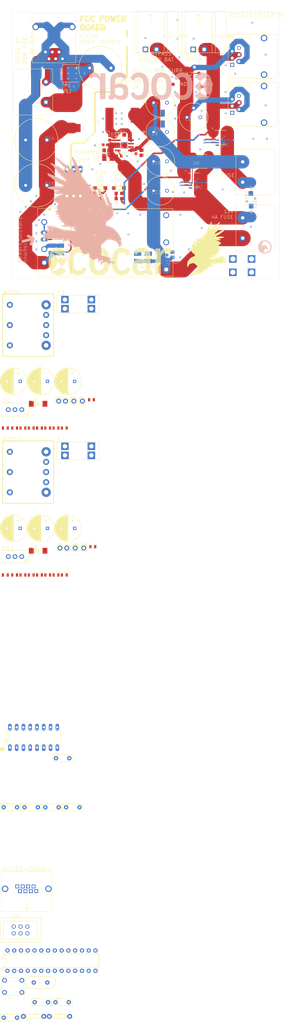
<source format=kicad_pcb>
(kicad_pcb (version 20221018) (generator pcbnew)
  (layers (0 "F.Cu" signal) (31 "B.Cu" signal) (34 "B.Paste" user) (35 "F.Paste" user) (36 "B.SilkS" user "B.Silkscreen") (37 "F.SilkS" user "F.Silkscreen") (38 "B.Mask" user) (39 "F.Mask" user) (44 "Edge.Cuts" user))
  (net 0 "")
  (net 1 "12V_REG")
  (net 2 "GND_IN")
  (net 3 "VIN")
  (net 4 "FCC_IN")
  (net 5 "GND")
  (net 6 "N$3")
  (net 7 "N$4")
  (net 8 "N$5")
  (net 9 "12V")
  (net 10 "5V")
  (net 11 "FEEDBACK")
  (net 12 "N$7")
  (net 13 "N$8")
  (net 14 "N$9")
  (net 15 "N$10")
  (net 16 "N$11")
  (net 17 "12V_U")
  (net 18 "GATE_12V")
  (net 19 "5V_U")
  (net 20 "N$12")
  (net 21 "N$1")
  (net 22 "GATE_5V")
  (net 23 "N$17")
  (net 24 "N$2")
  (net 25 "N$6")
  (net 26 "12V_PRE_FUSE")
  (net 27 "N$30")
  (net 28 "N$13")
  (net 29 "N$14")
  (net 30 "N$26")
  (net 31 "5V_PRE_FUSE")
  (net 32 "N$33")
  (net 33 "RX_OUT_TTL")
  (net 34 "TX_OUT_TTL")
  (net 35 "MISO")
  (net 36 "SCK")
  (net 37 "RESET")
  (net 38 "MOSI")
  (net 39 "N$22")
  (net 40 "N$23")
  (net 41 "N$24")
  (net 42 "N$25")
  (net 43 "N$27")
  (net 44 "N$28")
  (net 45 "TX_OUT_RS232")
  (net 46 "RX_OUT_RS232")
  (net 47 "N$19")
  (net 48 "N$20")
  (net 49 "N$21")
  (footprint "FCC Power Board Aug 2022_OW:CHIPLED_0805" (layer "F.Cu") (at 138.5011 125.0036 90)
    (fp_text reference "LED1")
    (fp_text value "Amber 1.9V")
  )
  (footprint "FCC Power Board Aug 2022_OW:PUSHBUTTON" (layer "F.Cu") (at 95.6011 422.6036)
    (fp_text reference "PB2")
    (fp_text value "" hide)
  )
  (footprint "FCC Power Board Aug 2022_OW:CAPACITOR_220UF_63V" (layer "F.Cu") (at 119.4011 248.6036)
    (fp_text reference "C40")
    (fp_text value "220uF" hide)
  )
  (footprint "FCC Power Board Aug 2022_OW:0805" (layer "F.Cu") (at 118.0011 266.1036)
    (fp_text reference "R13")
    (fp_text value "560")
  )
  (footprint "FCC Power Board Aug 2022_OW:FUSEHOLDER_VERTICAL" (layer "F.Cu") (at 115.2011 167.9036)
    (fp_text reference "F2")
    (fp_text value "7.5A")
  )
  (footprint "FCC Power Board Aug 2022_OW:MA03-1" (layer "F.Cu") (at 121.5011 124.0036 180)
    (fp_text reference "SV1")
    (fp_text value "")
  )
  (footprint "FCC Power Board Aug 2022_OW:SOD123" (layer "F.Cu") (at 138.5011 121.0036)
    (fp_text reference "U$12")
    (fp_text value "NSI45020AT1G")
  )
  (footprint "FCC Power Board Aug 2022_OW:1X02" (layer "F.Cu") (at 116.4011 256.0036)
    (fp_text reference "CON8")
    (fp_text value "1X02")
  )
  (footprint "FCC Power Board Aug 2022_OW:CAP_PAN_10X16" (layer "F.Cu") (at 156.5011 111.0036)
    (fp_text reference "C16")
    (fp_text value "EEUFR1H221B" hide)
  )
  (footprint "FCC Power Board Aug 2022_OW:0805" (layer "F.Cu") (at 114.9011 211.0036)
    (fp_text reference "R8")
    (fp_text value "1.6k")
  )
  (footprint "FCC Power Board Aug 2022_OW:0805" (layer "F.Cu") (at 108.7011 266.1036)
    (fp_text reference "C36")
    (fp_text value "10uF")
  )
  (footprint "FCC Power Board Aug 2022_OW:0805_LED" (layer "F.Cu") (at 111.8011 266.1036)
    (fp_text reference "LED7")
    (fp_text value "RED")
  )
  (footprint "FCC Power Board Aug 2022_OW:INDUCTOR_SMD_FOOTPRINT" (layer "F.Cu") (at 145.9411 96.5036 90)
    (fp_text reference "U$3")
    (fp_text value "744770112")
  )
  (footprint "FCC Power Board Aug 2022_OW:2X1-MATE-N-LOCK" (layer "F.Cu") (at 150.5011 54.8036 180)
    (fp_text reference "U$20" hide)
    (fp_text value "2X1-CONN" hide)
  )
  (footprint "FCC Power Board Aug 2022_OW:0805" (layer "F.Cu") (at 99.4011 266.1036)
    (fp_text reference "C33")
    (fp_text value "0.1uF")
  )
  (footprint "FCC Power Board Aug 2022_OW:FUSEHOLDER_VERTICAL" (layer "F.Cu") (at 115.2011 222.9036)
    (fp_text reference "F3")
    (fp_text value "7.5A")
  )
  (footprint "FCC Power Board Aug 2022_OW:0805" (layer "F.Cu") (at 95.9011 211.0036)
    (fp_text reference "C30")
    (fp_text value "1uF/50V")
  )
  (footprint "" (layer "F.Cu") (at 194.5011 151.0036)
    (fp_text reference "@HOLE1" hide)
    (fp_text value "")
  )
  (footprint "FCC Power Board Aug 2022_OW:CAP_PAN_10X16" (layer "F.Cu") (at 156.5011 122.0036)
    (fp_text reference "C17")
    (fp_text value "EEUFR1H221B" hide)
  )
  (footprint "FCC Power Board Aug 2022_OW:EAGLE-PLC-15MM" (layer "F.Cu") (at 164.0011 154.0036)
    (fp_text reference "U$19" hide)
    (fp_text value "" hide)
  )
  (footprint "FCC Power Board Aug 2022_OW:STAND-OFF" (layer "F.Cu") (at 102.6011 426.8036)
    (fp_text reference "H4")
    (fp_text value "STAND-OFF")
  )
  (footprint "" (layer "F.Cu") (at 194.5011 59.0036)
    (fp_text reference "@HOLE0" hide)
    (fp_text value "")
  )
  (footprint "FCC Power Board Aug 2022_OW:CAP-PTH-5MM" (layer "F.Cu") (at 109.4011 426.3036)
    (fp_text reference "C49")
    (fp_text value "0.1uF")
  )
  (footprint "FCC Power Board Aug 2022_OW:SHELL2013_MINI-BLADE-FUSE" (layer "F.Cu") (at 192.5011 136.0036 90)
    (fp_text reference "U$7" hide)
    (fp_text value "SHELL2013_FUSEMINI-BLADE" hide)
  )
  (footprint "FCC Power Board Aug 2022_OW:CAP_PAN_10X16" (layer "F.Cu") (at 156.5011 100.0036)
    (fp_text reference "C8")
    (fp_text value "EEUFR1H221B" hide)
  )
  (footprint "FCC Power Board Aug 2022_OW:0805" (layer "F.Cu") (at 99.4011 211.0036)
    (fp_text reference "C24")
    (fp_text value "0.1uF")
  )
  (footprint "FCC Power Board Aug 2022_OW:DIP16" (layer "F.Cu") (at 106.5011 327.0036)
    (fp_text reference "IC2")
    (fp_text value "RS232-TTL_MAX232E")
  )
  (footprint "FCC Power Board Aug 2022_OW:1X01" (layer "F.Cu") (at 124.8011 200.9036)
    (fp_text reference "CON7")
    (fp_text value "1X01")
  )
  (footprint "FCC Power Board Aug 2022_OW:C0603" (layer "F.Cu") (at 134.9911 102.1836 90)
    (fp_text reference "C12")
    (fp_text value "0.1uF")
  )
  (footprint "FCC Power Board Aug 2022_OW:ISP_CONNECTOR" (layer "F.Cu") (at 101.6011 399.2036)
    (fp_text reference "ISP1")
    (fp_text value "ISP")
  )
  (footprint "FCC Power Board Aug 2022_OW:0805" (layer "F.Cu") (at 105.6011 211.0036)
    (fp_text reference "C26")
    (fp_text value "10uF")
  )
  (footprint "FCC Power Board Aug 2022_OW:CAP_16_X_25" (layer "F.Cu") (at 103.5011 120.0036 180)
    (fp_text reference "C15")
    (fp_text value "EEU-FC2A221" hide)
  )
  (footprint "FCC Power Board Aug 2022_OW:CHIPLED_0805" (layer "F.Cu") (at 138.5011 123.0036 -90)
    (fp_text reference "LED3")
    (fp_text value "")
  )
  (footprint "FCC Power Board Aug 2022_OW:CAP-PTH-5MM" (layer "F.Cu") (at 97.8011 353.2036)
    (fp_text reference "C45")
    (fp_text value "1uF")
  )
  (footprint "FCC Power Board Aug 2022_OW:JP1" (layer "F.Cu") (at 110.5011 139.0036 180)
    (fp_text reference "JP1")
    (fp_text value "")
  )
  (footprint "FCC Power Board Aug 2022_OW:0805" (layer "F.Cu") (at 128.7011 255.5036)
    (fp_text reference "C38")
    (fp_text value "1nF/50V")
  )
  (footprint "FCC Power Board Aug 2022_OW:CAPACITOR_220UF_63V" (layer "F.Cu") (at 119.4011 193.5036)
    (fp_text reference "C31")
    (fp_text value "220uF" hide)
  )
  (footprint "FCC Power Board Aug 2022_OW:CAP_PAN_10X16" (layer "F.Cu") (at 156.5011 89.0036)
    (fp_text reference "C7")
    (fp_text value "EEUFR1H221B" hide)
  )
  (footprint "FCC Power Board Aug 2022_OW:SHELL2013_MINI-BLADE-FUSE" (layer "F.Cu") (at 103.5011 85.0036 -90)
    (fp_text reference "U$6" hide)
    (fp_text value "SHELL2013_FUSEMINI-BLADE" hide)
  )
  (footprint "FCC Power Board Aug 2022_OW:DIP28" (layer "F.Cu") (at 113.2011 410.7036)
    (fp_text reference "UC2")
    (fp_text value "328P")
  )
  (footprint "FCC Power Board Aug 2022_OW:CHIPLED_0805" (layer "F.Cu") (at 130.5011 123.0036 -90)
    (fp_text reference "LED4")
    (fp_text value "")
  )
  (footprint "FCC Power Board Aug 2022_OW:CAPACITOR_220UF_63V" (layer "F.Cu") (at 99.0011 193.5036)
    (fp_text reference "C23")
    (fp_text value "220uF" hide)
  )
  (footprint "FCC Power Board Aug 2022_OW:CONVERTER_I3A" (layer "F.Cu") (at 94.9011 184.1036)
    (fp_text reference "MOD1")
    (fp_text value "i3A")
  )
  (footprint "FCC Power Board Aug 2022_OW:SHELL2013_MINI-BLADE-FUSE" (layer "F.Cu") (at 192.5011 115.0036 90)
    (fp_text reference "U$5" hide)
    (fp_text value "SHELL2013_FUSEMINI-BLADE" hide)
  )
  (footprint "FCC Power Board Aug 2022_OW:1734723-1_RJ11" (layer "F.Cu") (at 113.5011 70.0036 180)
    (fp_text reference "E1" hide)
    (fp_text value "5555140-6" hide)
  )
  (footprint "FCC Power Board Aug 2022_OW:1X01" (layer "F.Cu") (at 121.6011 200.9036)
    (fp_text reference "CON4")
    (fp_text value "1X01")
  )
  (footprint "FCC Power Board Aug 2022_OW:CAP-PTH-5MM" (layer "F.Cu") (at 117.4011 334.8036)
    (fp_text reference "C44")
    (fp_text value "1uF")
  )
  (footprint "FCC Power Board Aug 2022_OW:AXIAL-0.3" (layer "F.Cu") (at 106.5011 431.6036)
    (fp_text reference "R3")
    (fp_text value "10k")
  )
  (footprint "FCC Power Board Aug 2022_OW:RD_8_1" (layer "F.Cu") (at 140.5011 105.0036)
    (fp_text reference "U1")
    (fp_text value "ADP2302ARDZ-5.0-R7" hide)
  )
  (footprint "FCC Power Board Aug 2022_OW:CAPACITOR_220UF_63V" (layer "F.Cu") (at 109.2011 193.5036)
    (fp_text reference "C28")
    (fp_text value "220uF" hide)
  )
  (footprint "FCC Power Board Aug 2022_OW:PAD.03X.05" (layer "F.Cu") (at 158.8011 82.1036)
    (fp_text reference "TP3" hide)
    (fp_text value "TEST-POINT3X5" hide)
  )
  (footprint "FCC Power Board Aug 2022_OW:0805" (layer "F.Cu") (at 118.0011 211.0036)
    (fp_text reference "R12")
    (fp_text value "2k")
  )
  (footprint "FCC Power Board Aug 2022_OW:0805" (layer "F.Cu") (at 114.9011 266.1036)
    (fp_text reference "R10")
    (fp_text value "8.2k")
  )
  (footprint "FCC Power Board Aug 2022_OW:SOIC-N-8_SI" (layer "F.Cu") (at 176.5011 102.0036)
    (fp_text reference "U5")
    (fp_text value "SI9433BDY-T1-E3" hide)
  )
  (footprint "FCC Power Board Aug 2022_OW:AXIAL-0.3" (layer "F.Cu") (at 116.2011 431.6036)
    (fp_text reference "R4")
    (fp_text value "0")
  )
  (footprint "FCC Power Board Aug 2022_OW:0805" (layer "F.Cu") (at 128.2011 200.4036)
    (fp_text reference "C29")
    (fp_text value "1nF/50V")
  )
  (footprint "FCC Power Board Aug 2022_OW:INDUCTOR_SMD_FOOTPRINT" (layer "F.Cu") (at 118.5011 100.0036)
    (fp_text reference "U$2")
    (fp_text value "47uH")
  )
  (footprint "FCC Power Board Aug 2022_OW:TRIMPOT" (layer "F.Cu") (at 97.0011 259.2036)
    (fp_text reference "R11")
    (fp_text value "10k")
  )
  (footprint "FCC Power Board Aug 2022_OW:HC49US" (layer "F.Cu") (at 109.1011 418.9036)
    (fp_text reference "Y2")
    (fp_text value "16MHz")
  )
  (footprint "FCC Power Board Aug 2022_OW:0805" (layer "F.Cu") (at 102.5011 211.0036)
    (fp_text reference "C25")
    (fp_text value "10uF")
  )
  (footprint "FCC Power Board Aug 2022_OW:C0603" (layer "F.Cu") (at 133.4011 104.8036 180)
    (fp_text reference "C11")
    (fp_text value "0.1uF")
  )
  (footprint "FCC Power Board Aug 2022_OW:0805" (layer "F.Cu") (at 105.6011 266.1036)
    (fp_text reference "C35")
    (fp_text value "10uF")
  )
  (footprint "FCC Power Board Aug 2022_OW:TRIMPOT" (layer "F.Cu") (at 97.0011 204.1036)
    (fp_text reference "R9")
    (fp_text value "10k")
  )
  (footprint "" (layer "F.Cu") (at 102.5011 151.0036)
    (fp_text reference "@HOLE3" hide)
    (fp_text value "")
  )
  (footprint "FCC Power Board Aug 2022_OW:PAD.03X.05" (layer "F.Cu") (at 168.5011 78.0036)
    (fp_text reference "TP1" hide)
    (fp_text value "TEST-POINT3X5" hide)
  )
  (footprint "FCC Power Board Aug 2022_OW:0805" (layer "F.Cu") (at 95.9011 266.1036)
    (fp_text reference "C39")
    (fp_text value "1uF/50V")
  )
  (footprint "FCC Power Board Aug 2022_OW:1X01" (layer "F.Cu") (at 125.3011 256.0036)
    (fp_text reference "CON9")
    (fp_text value "1X01")
  )
  (footprint "FCC Power Board Aug 2022_OW:CAPACITOR_220UF_63V" (layer "F.Cu") (at 99.0011 248.6036)
    (fp_text reference "C32")
    (fp_text value "220uF" hide)
  )
  (footprint "FCC Power Board Aug 2022_OW:DO214AA" (layer "F.Cu") (at 108.2011 201.9036)
    (fp_text reference "D7")
    (fp_text value "SMBJ12A")
  )
  (footprint "FCC Power Board Aug 2022_OW:1734723-1_RJ11" (layer "F.Cu") (at 183.5011 89.0036 90)
    (fp_text reference "E2" hide)
    (fp_text value "5555140-6" hide)
  )
  (footprint "FCC Power Board Aug 2022_OW:CAP_PAN_10X16" (layer "F.Cu") (at 169.0011 94.5036)
    (fp_text reference "C22")
    (fp_text value "EEUFR1H221B" hide)
  )
  (footprint "FCC Power Board Aug 2022_OW:0805" (layer "F.Cu") (at 102.5011 266.1036)
    (fp_text reference "C34")
    (fp_text value "10uF")
  )
  (footprint "FCC Power Board Aug 2022_OW:0805" (layer "F.Cu") (at 108.7011 211.0036)
    (fp_text reference "C27")
    (fp_text value "10uF")
  )
  (footprint "FCC Power Board Aug 2022_OW:C0805" (layer "F.Cu") (at 146.971459 107.793882 -90)
    (fp_text reference "C20")
    (fp_text value "1uF")
  )
  (footprint "FCC Power Board Aug 2022_OW:CAP-PTH-5MM" (layer "F.Cu") (at 121.2011 353.2036)
    (fp_text reference "C48")
    (fp_text value "1uF")
  )
  (footprint "FCC Power Board Aug 2022_OW:RJ45" (layer "F.Cu") (at 97.6011 387.2036)
    (fp_text reference "RS232-OUT0")
    (fp_text value "RJ45")
  )
  (footprint "FCC Power Board Aug 2022_OW:CAP-PTH-5MM" (layer "F.Cu") (at 113.4011 353.2036)
    (fp_text reference "C47")
    (fp_text value "1uF")
  )
  (footprint "FCC Power Board Aug 2022_OW:STAND-OFF" (layer "F.Cu") (at 123.6011 418.4036)
    (fp_text reference "H2")
    (fp_text value "STAND-OFF")
  )
  (footprint "FCC Power Board Aug 2022_OW:1X02" (layer "F.Cu") (at 115.9011 200.9036)
    (fp_text reference "CON6")
    (fp_text value "1X02")
  )
  (footprint "FCC Power Board Aug 2022_OW:SOIC-N-8_SI" (layer "F.Cu") (at 166.5011 118.0036)
    (fp_text reference "U4")
    (fp_text value "SI9433BDY-T1-E3" hide)
  )
  (footprint "FCC Power Board Aug 2022_OW:CAP-PTH-5MM" (layer "F.Cu") (at 105.6011 353.2036)
    (fp_text reference "C46")
    (fp_text value "1uF")
  )
  (footprint "" (layer "F.Cu") (at 102.5011 59.0036)
    (fp_text reference "@HOLE2" hide)
    (fp_text value "")
  )
  (footprint "FCC Power Board Aug 2022_OW:CAP-PTH-5MM" (layer "F.Cu") (at 117.2011 426.3036)
    (fp_text reference "C50")
    (fp_text value "22pF")
  )
  (footprint "FCC Power Board Aug 2022_OW:C0603" (layer "F.Cu") (at 144.9011 107.3036 -90)
    (fp_text reference "C21")
    (fp_text value "0.1uF")
  )
  (footprint "FCC Power Board Aug 2022_OW:SOD123" (layer "F.Cu") (at 131.5011 121.0036)
    (fp_text reference "U$13")
    (fp_text value "NSI45020AT1G")
  )
  (footprint "FCC Power Board Aug 2022_OW:M3_SCREW_TERMINAL" (layer "F.Cu") (at 181.2011 147.6036 -90)
    (fp_text reference "U$21" hide)
    (fp_text value "M3_SCREW_TERMINAL" hide)
  )
  (footprint "FCC Power Board Aug 2022_OW:1734723-1_RJ11" (layer "F.Cu") (at 183.5011 71.0036 90)
    (fp_text reference "E3" hide)
    (fp_text value "5555140-6" hide)
  )
  (footprint "FCC Power Board Aug 2022_OW:SOIC-N-8_SI" (layer "F.Cu") (at 169.5011 111.0036)
    (fp_text reference "U6")
    (fp_text value "SI9433BDY-T1-E3" hide)
  )
  (footprint "FCC Power Board Aug 2022_OW:R0603" (layer "F.Cu") (at 138.5011 109.0036)
    (fp_text reference "R1")
    (fp_text value "")
  )
  (footprint "FCC Power Board Aug 2022_OW:CAPACITOR_220UF_63V" (layer "F.Cu") (at 109.2011 248.6036)
    (fp_text reference "C37")
    (fp_text value "220uF" hide)
  )
  (footprint "FCC Power Board Aug 2022_OW:DO214AA" (layer "F.Cu") (at 108.2011 257.0036)
    (fp_text reference "D8")
    (fp_text value "SMBJ5.0A")
  )
  (footprint "FCC Power Board Aug 2022_OW:CONVERTER_I3A" (layer "F.Cu") (at 94.9011 239.2036)
    (fp_text reference "MOD2")
    (fp_text value "i3A")
  )
  (footprint "FCC Power Board Aug 2022_OW:1X01" (layer "F.Cu") (at 122.1011 256.0036)
    (fp_text reference "CON5")
    (fp_text value "1X01")
  )
  (footprint "FCC Power Board Aug 2022_OW:PAD.03X.05" (layer "F.Cu") (at 169.5011 83.0036)
    (fp_text reference "TP2" hide)
    (fp_text value "TEST-POINT3X5" hide)
  )
  (footprint "FCC Power Board Aug 2022_OW:ECOCAR_LOGO_2018" (layer "F.Cu") (at 112.072093 153.722157)
    (fp_text reference "U$14" hide)
    (fp_text value "" hide)
  )
  (footprint "FCC Power Board Aug 2022_OW:CAP_16_X_25" (layer "F.Cu") (at 135.5011 76.0036)
    (fp_text reference "C13")
    (fp_text value "EEU-FC2A221" hide)
  )
  (footprint "FCC Power Board Aug 2022_OW:C0805" (layer "F.Cu") (at 133.9011 106.9036 180)
    (fp_text reference "C10")
    (fp_text value "1uF")
  )
  (footprint "FCC Power Board Aug 2022_OW:CAP_16_X_25" (layer "F.Cu") (at 103.5011 103.0036 180)
    (fp_text reference "C14")
    (fp_text value "EEU-FC2A221" hide)
  )
  (footprint "FCC Power Board Aug 2022_OW:RPA60-2412SFW_P" (layer "F.Cu") (at 110.5011 149.0036)
    (fp_text reference "U$1" hide)
    (fp_text value "RPA60-2412SFW_P" hide)
  )
  (footprint "FCC Power Board Aug 2022_OW:CAP-PTH-5MM" (layer "F.Cu") (at 97.8011 432.1036)
    (fp_text reference "C51")
    (fp_text value "22pF")
  )
  (footprint "FCC Power Board Aug 2022_OW:SOD123" (layer "F.Cu") (at 138.6211 101.0436)
    (fp_text reference "U$4")
    (fp_text value "DB2460500L")
  )
  (footprint "FCC Power Board Aug 2022_OW:C1210" (layer "F.Cu") (at 134.4011 109.5036 180)
    (fp_text reference "C9")
    (fp_text value "10uF")
  )
  (footprint "FCC Power Board Aug 2022_OW:CHIPLED_0805" (layer "F.Cu") (at 130.5011 125.0036 90)
    (fp_text reference "LED2")
    (fp_text value "Blue 3.3V")
  )
  (footprint "FCC Power Board Aug 2022_OW:STAND-OFF" (layer "F.Cu") (at 117.8011 418.4036)
    (fp_text reference "H1")
    (fp_text value "STAND-OFF")
  )
  (footprint "FCC Power Board Aug 2022_OW:CHIPLED_0805" (layer "F.Cu") (at 130.5011 127.0036 -90)
    (fp_text reference "LED5")
    (fp_text value "")
  )
  (footprint "FCC Power Board Aug 2022_OW:2X1-MATE-N-LOCK" (layer "F.Cu") (at 168.4011 54.8036 180)
    (fp_text reference "U$18" hide)
    (fp_text value "2X1-CONN" hide)
  )
  (footprint "FCC Power Board Aug 2022_OW:0805_LED" (layer "F.Cu") (at 111.8011 211.0036)
    (fp_text reference "LED6")
    (fp_text value "RED")
  )
  (footprint "FCC Power Board Aug 2022_OW:MA03-1" (layer "F.Cu") (at 121.5011 114.0036 180)
    (fp_text reference "SV2")
    (fp_text value "")
  )
  (footprint "FCC Power Board Aug 2022_OW:STAND-OFF" (layer "F.Cu") (at 96.8011 426.8036)
    (fp_text reference "H3")
    (fp_text value "STAND-OFF")
  )
  (footprint "FCC Power Board Aug 2022_OW:TO252" (layer "B.Cu") (at 119.5011 78.0036 90)
    (fp_text reference "U$9")
    (fp_text value "VS-15EWL06FNTR-M3")
  )
  (footprint "FCC Power Board Aug 2022_OW:C1210" (layer "B.Cu") (at 153.5011 93.0036)
    (fp_text reference "C18")
    (fp_text value "10uF")
  )
  (footprint "FCC Power Board Aug 2022_OW:TSOT-23_S6" (layer "B.Cu") (at 176.5011 104.0036 180)
    (fp_text reference "U3")
    (fp_text value "LTC4412HVIS6TRMPBF" hide)
  )
  (footprint "FCC Power Board Aug 2022_OW:C1210" (layer "B.Cu") (at 113.5011 144.0036 90)
    (fp_text reference "C5")
    (fp_text value "1uF")
  )
  (footprint "FCC Power Board Aug 2022_OW:TSOT-23_S6" (layer "B.Cu") (at 166.5011 120.0036 180)
    (fp_text reference "U2")
    (fp_text value "LTC4412HVIS6TRMPBF" hide)
  )
  (footprint "FCC Power Board Aug 2022_OW:C1210" (layer "B.Cu") (at 149.5011 147.0036 90)
    (fp_text reference "C1")
    (fp_text value "10uF")
  )
  (footprint "FCC Power Board Aug 2022_OW:ECOCAR_LOGO_2018" (layer "B.Cu") (at 173.5011 88.0036 180)
    (fp_text reference "U$15" hide)
    (fp_text value "" hide)
  )
  (footprint "FCC Power Board Aug 2022_OW:C0603" (layer "B.Cu") (at 156.5011 147.0036 90)
    (fp_text reference "C4")
    (fp_text value "0.1uF")
  )
  (footprint "FCC Power Board Aug 2022_OW:SMA-DO214AC" (layer "B.Cu") (at 118.6511 82.4436)
    (fp_text reference "U$8")
    (fp_text value "P4SMA51A")
  )
  (footprint "FCC Power Board Aug 2022_OW:SMA-DO214AC" (layer "B.Cu") (at 187.9411 121.0136 90)
    (fp_text reference "U$11")
    (fp_text value "SMAJ5.0A")
  )
  (footprint "FCC Power Board Aug 2022_OW:C1210" (layer "B.Cu") (at 116.575778 144.0036 90)
    (fp_text reference "C6")
    (fp_text value "1uF")
  )
  (footprint "FCC Power Board Aug 2022_OW:C1210" (layer "B.Cu") (at 145.5011 147.0036 90)
    (fp_text reference "C2")
    (fp_text value "10uF")
  )
  (footprint "FCC Power Board Aug 2022_OW:C0805" (layer "B.Cu") (at 158.539456 146.022904 90)
    (fp_text reference "C3")
    (fp_text value "1uF")
  )
  (footprint "FCC Power Board Aug 2022_OW:CS-2016-LOGO-5MM" (layer "B.Cu") (at 196.6011 146.5036 180)
    (fp_text reference "U$16" hide)
    (fp_text value "" hide)
  )
  (footprint "FCC Power Board Aug 2022_OW:EAGLE-PLC-30MM" (layer "B.Cu") (at 139.5011 150.0036 180)
    (fp_text reference "U$17" hide)
    (fp_text value "" hide)
  )
  (footprint "FCC Power Board Aug 2022_OW:SMA-DO214AC" (layer "B.Cu") (at 188.0611 129.8336 -90)
    (fp_text reference "U$10")
    (fp_text value "SMAJ12A")
  )
  (footprint "FCC Power Board Aug 2022_OW:C1210" (layer "B.Cu") (at 153.5011 97.0036)
    (fp_text reference "C19")
    (fp_text value "10uF")
  )
  (gr_line (start 104.5011 139.0036) (end 106.5011 140.0036) (stroke (width 1)) (layer "B.SilkS"))
  (gr_line (start 106.5011 140.0036) (end 102.5011 141.0036) (stroke (width 1)) (layer "B.SilkS"))
  (gr_line (start 106.5011 140.0036) (end 105.5011 142.0036) (stroke (width 1)) (layer "B.SilkS"))
  (gr_line (start 135.5011 85.0036) (end 141.5011 79.0036) (stroke (width 0.6096)) (layer "F.SilkS"))
  (gr_line (start 120.5011 105.0036) (end 120.5011 137.0036) (stroke (width 0.6096)) (layer "F.SilkS"))
  (gr_line (start 141.5011 64.0036) (end 141.5011 62.0036) (stroke (width 0.6096)) (layer "F.SilkS"))
  (gr_line (start 125.5011 104.0036) (end 129.5011 100.0036) (stroke (width 0.6096)) (layer "F.SilkS"))
  (gr_line (start 120.5011 105.0036) (end 121.5011 104.0036) (stroke (width 0.6096)) (layer "F.SilkS"))
  (gr_line (start 129.5011 85.0036) (end 135.5011 85.0036) (stroke (width 0.6096)) (layer "F.SilkS"))
  (gr_line (start 121.5011 104.0036) (end 125.5011 104.0036) (stroke (width 0.6096)) (layer "F.SilkS"))
  (gr_line (start 129.5011 100.0036) (end 129.5011 85.0036) (stroke (width 0.6096)) (layer "F.SilkS"))
  (gr_line (start 120.5011 149.0036) (end 120.5011 153.0036) (stroke (width 0.6096)) (layer "F.SilkS"))
  (gr_line (start 141.5011 79.0036) (end 141.5011 68.0036) (stroke (width 0.6096)) (layer "F.SilkS"))
  (gr_line (start 98.5011 55.0036) (end 98.5011 155.0036) (stroke (width 0.05)) (layer "Edge.Cuts"))
  (gr_line (start 198.5011 55.0036) (end 98.5011 55.0036) (stroke (width 0.05)) (layer "Edge.Cuts"))
  (gr_line (start 98.5011 155.0036) (end 198.5011 155.0036) (stroke (width 0.05)) (layer "Edge.Cuts"))
  (gr_line (start 198.5011 155.0036) (end 198.5011 55.0036) (stroke (width 0.05)) (layer "Edge.Cuts"))
  (gr_text "Jumper\nENABLE/DISABLE" (at 100.5011 149.0036 -90) (layer "B.SilkS") (effects (font (size 1.38 1.38) (thickness 0.12)) (justify left bottom mirror)))
  (gr_text "12V\nON" (at 129.5011 119.0036) (layer "F.SilkS") (effects (font (size 1.63576 1.63576) (thickness 0.14224)) (justify left bottom)))
  (gr_text "0|12|5|5|12|0" (at 179.5011 57.0036) (layer "F.SilkS") (effects (font (size 1.63576 1.63576) (thickness 0.14224)) (justify left bottom)))
  (gr_text "5V\n2A FUSE" (at 173.5011 117.0036) (layer "F.SilkS") (effects (font (size 1.308608 1.308608) (thickness 0.113792)) (justify left bottom)))
  (gr_text "12V BYPASS\nSTARTUP BAT" (at 145.494675 73.690497) (layer "F.SilkS") (effects (font (size 1.38 1.38) (thickness 0.12)) (justify left bottom)))
  (gr_text "12V+5V MAX CURR\nis 4A" (at 142.5011 80.0036) (layer "F.SilkS") (effects (font (size 1.38 1.38) (thickness 0.12)) (justify left bottom)))
  (gr_text "5V\nON" (at 136.5011 119.0036) (layer "F.SilkS") (effects (font (size 1.63576 1.63576) (thickness 0.14224)) (justify left bottom)))
  (gr_text "FC IN \n36V MAX\n4A FUSE" (at 99.5011 64.0036 270) (layer "F.SilkS") (effects (font (size 1.63576 1.63576) (thickness 0.14224)) (justify left bottom)))
  (gr_text "12V\n4A FUSE" (at 181.5011 129.0036) (layer "F.SilkS") (effects (font (size 1.308608 1.308608) (thickness 0.113792)) (justify right top)))
  (gr_text "5V MAX CURR\nis 2A" (at 140.5011 84.0036) (layer "F.SilkS") (effects (font (size 1.38 1.38) (thickness 0.12)) (justify left bottom)))
  (gr_text "5V\nBYPASS" (at 163.394675 73.690497) (layer "F.SilkS") (effects (font (size 1.38 1.38) (thickness 0.12)) (justify left bottom)))
  (gr_text "GND" (at 160.0011 82.8036) (layer "F.SilkS") (effects (font (size 1.308608 1.308608) (thickness 0.113792)) (justify left bottom)))
  (gr_text "JAN 2019\nKOLTIN \nKOSIK-HARVEY" (at 123.5011 67.0036) (layer "F.SilkS") (effects (font (size 1.38 1.38) (thickness 0.12)) (justify left bottom)))
  (gr_text "5V" (at 171.5011 83.0036) (layer "F.SilkS") (effects (font (size 1.308608 1.308608) (thickness 0.113792)) (justify left bottom)))
  (gr_text "FCC POWER \nBOARD" (at 123.5011 62.0036) (layer "F.SilkS") (effects (font (size 2 2) (thickness 0.5)) (justify left bottom)))
  (gr_text "Isolated\nOpen Crt" (at 121.5011 111.0036) (layer "F.SilkS") (effects (font (size 1.63576 1.63576) (thickness 0.14224)) (justify left bottom)))
  (gr_text "12V" (at 163.5011 79.0036) (layer "F.SilkS") (effects (font (size 1.308608 1.308608) (thickness 0.113792)) (justify left bottom)))
  (segment (start 174.3811 139.8136) (end 184.8811 139.8136) (width 6) (layer "F.Cu") (net 1))
  (segment (start 156.2211 151.5436) (end 162.6511 151.5436) (width 6) (layer "F.Cu") (net 1))
  (segment (start 174.3811 139.8136) (end 162.6511 151.5436) (width 6) (layer "F.Cu") (net 1))
  (segment (start 149.5011 148.4036) (end 153.333143 148.4036) (width 1.27) (layer "B.Cu") (net 1))
  (segment (start 156.5011 147.8536) (end 157.658759 147.8536) (width 1.27) (layer "B.Cu") (net 1))
  (segment (start 155.7011 148.356) (end 156.2211 148.876) (width 3) (layer "B.Cu") (net 1))
  (segment (start 156.2211 148.876) (end 156.2211 151.5436) (width 3) (layer "B.Cu") (net 1))
  (segment (start 154.3487 145.164357) (end 154.3487 147.388044) (width 3) (layer "B.Cu") (net 1))
  (segment (start 151.4973 122.0036) (end 151.4973 111.0036) (width 5) (layer "B.Cu") (net 1))
  (segment (start 157.658759 147.8536) (end 158.539456 146.972904) (width 1.27) (layer "B.Cu") (net 1))
  (segment (start 151.4973 141.312957) (end 154.3487 145.164357) (width 3) (layer "B.Cu") (net 1))
  (segment (start 155.316656 148.356) (end 155.7011 148.356) (width 3) (layer "B.Cu") (net 1))
  (segment (start 154.3487 147.388044) (end 155.316656 148.356) (width 3) (layer "B.Cu") (net 1))
  (segment (start 145.5011 148.4036) (end 149.5011 148.4036) (width 1.27) (layer "B.Cu") (net 1))
  (segment (start 156.5011 147.8536) (end 155.5011 149.8236) (width 1.27) (layer "B.Cu") (net 1))
  (segment (start 155.5011 149.8236) (end 156.2211 151.5436) (width 1.27) (layer "B.Cu") (net 1))
  (segment (start 153.333143 148.4036) (end 154.3487 147.388044) (width 1.27) (layer "B.Cu") (net 1))
  (segment (start 151.4973 122.0036) (end 151.4973 141.312957) (width 5) (layer "B.Cu") (net 1))
  (segment (start 103.5011 103.0036) (end 103.5011 90.0036) (width 3) (layer "F.Cu") (net 2))
  (segment (start 103.5011 120.0036) (end 103.5011 90.0036) (width 5) (layer "F.Cu") (net 2))
  (segment (start 104.974625 88.561) (end 107.0585 86.477125) (width 3) (layer "F.Cu") (net 2))
  (segment (start 104.9437 88.561) (end 104.974625 88.561) (width 3) (layer "F.Cu") (net 2))
  (segment (start 107.0585 86.4462) (end 107.5011 86.0036) (width 3) (layer "F.Cu") (net 2))
  (segment (start 107.5011 73.0036) (end 110.5011 70.0036) (width 2) (layer "F.Cu") (net 2))
  (segment (start 107.5011 86.0036) (end 107.5011 73.0036) (width 3) (layer "F.Cu") (net 2))
  (segment (start 103.5011 90.0036) (end 104.9437 88.561) (width 3) (layer "F.Cu") (net 2))
  (segment (start 110.613206 70.0036) (end 110.7151 69.901707) (width 2) (layer "F.Cu") (net 2))
  (segment (start 107.0585 86.477125) (end 107.0585 86.4462) (width 3) (layer "F.Cu") (net 2))
  (segment (start 110.5011 70.0036) (end 110.613206 70.0036) (width 2) (layer "F.Cu") (net 2))
  (via (at 118.5011 137.0036) (size 0.6548) (drill 0.35) (layers "F.Cu" "B.Cu") (net 2))
  (via (at 107.5011 144.0036) (size 0.6548) (drill 0.35) (layers "F.Cu" "B.Cu") (net 2))
  (via (at 105.5011 126.0036) (size 0.6548) (drill 0.35) (layers "F.Cu" "B.Cu") (net 2))
  (via (at 107.5011 135.0036) (size 0.6548) (drill 0.35) (layers "F.Cu" "B.Cu") (net 2))
  (via (at 113.5011 137.0036) (size 0.6548) (drill 0.35) (layers "F.Cu" "B.Cu") (net 2))
  (via (at 107.5011 124.0036) (size 0.6548) (drill 0.35) (layers "F.Cu" "B.Cu") (net 2))
  (via (at 107.5011 141.0036) (size 0.6548) (drill 0.35) (layers "F.Cu" "B.Cu") (net 2))
  (via (at 114.5011 127.0036) (size 0.6548) (drill 0.35) (layers "F.Cu" "B.Cu") (net 2))
  (via (at 112.5011 129.0036) (size 0.6548) (drill 0.35) (layers "F.Cu" "B.Cu") (net 2))
  (via (at 110.5011 131.0036) (size 0.6548) (drill 0.35) (layers "F.Cu" "B.Cu") (net 2))
  (via (at 103.5011 128.0036) (size 0.6548) (drill 0.35) (layers "F.Cu" "B.Cu") (net 2))
  (via (at 108.5011 133.0036) (size 0.6548) (drill 0.35) (layers "F.Cu" "B.Cu") (net 2))
  (via (at 107.5011 138.0036) (size 0.6548) (drill 0.35) (layers "F.Cu" "B.Cu") (net 2))
  (via (at 101.5011 130.0036) (size 0.6548) (drill 0.35) (layers "F.Cu" "B.Cu") (net 2))
  (segment (start 114.7011 80.5436) (end 114.7011 80.2836) (width 3) (layer "B.Cu") (net 2))
  (segment (start 109.8247 73.540369) (end 109.8247 71.546832) (width 3) (layer "B.Cu") (net 2))
  (segment (start 114.7011 80.2836) (end 114.7011 75.7236) (width 4) (layer "B.Cu") (net 2))
  (segment (start 107.5011 74.0036) (end 109.5011 72.0036) (width 3) (layer "B.Cu") (net 2))
  (segment (start 120.739612 59.9876) (end 121.178356 60.426344) (width 2) (layer "B.Cu") (net 2))
  (segment (start 107.542587 59.9876) (end 107.103843 60.426344) (width 2) (layer "B.Cu") (net 2))
  (segment (start 110.9611 67.645219) (end 113.2271 65.379219) (width 3) (layer "B.Cu") (net 2))
  (segment (start 103.5011 90.034525) (end 107.0585 86.477125) (width 3) (layer "B.Cu") (net 2))
  (segment (start 132.0411 72.5436) (end 117.3111 72.5436) (width 3) (layer "B.Cu") (net 2))
  (segment (start 116.74029 60.242791) (end 116.995481 59.9876) (width 2) (layer "B.Cu") (net 2))
  (segment (start 111.401909 60.102791) (end 111.286718 59.9876) (width 2) (layer "B.Cu") (net 2))
  (segment (start 114.7011 75.7236) (end 113.9275 74.95) (width 3) (layer "B.Cu") (net 2))
  (segment (start 107.0585 86.477125) (end 107.0585 79.4462) (width 3) (layer "B.Cu") (net 2))
  (segment (start 103.5011 103.0036) (end 103.5011 90.034525) (width 5) (layer "B.Cu") (net 2))
  (segment (start 116.6011 82.4436) (end 114.7011 80.5436) (width 3) (layer "B.Cu") (net 2))
  (segment (start 107.5011 79.0036) (end 107.5011 74.0036) (width 4) (layer "B.Cu") (net 2))
  (segment (start 116.995481 59.9876) (end 120.739612 59.9876) (width 2) (layer "B.Cu") (net 2))
  (segment (start 111.286718 59.9876) (end 107.542587 59.9876) (width 2) (layer "B.Cu") (net 2))
  (segment (start 107.0585 79.4462) (end 107.5011 79.0036) (width 3) (layer "B.Cu") (net 2))
  (segment (start 103.5011 120.0036) (end 103.5011 103.0036) (width 5) (layer "B.Cu") (net 2))
  (segment (start 115.4747 74.95) (end 115.767868 74.95) (width 3) (layer "B.Cu") (net 2))
  (segment (start 110.9611 70.410432) (end 110.9611 70.0036) (width 3) (layer "B.Cu") (net 2))
  (segment (start 109.5011 72.0036) (end 110.9611 70.5436) (width 2) (layer "B.Cu") (net 2))
  (segment (start 113.9275 74.95) (end 111.234331 74.95) (width 3) (layer "B.Cu") (net 2))
  (segment (start 111.234331 74.95) (end 109.8247 73.540369) (width 3) (layer "B.Cu") (net 2))
  (segment (start 109.8247 71.546832) (end 110.9611 70.410432) (width 3) (layer "B.Cu") (net 2))
  (segment (start 113.2271 61.927982) (end 111.401909 60.102791) (width 3) (layer "B.Cu") (net 2))
  (segment (start 110.9611 70.5436) (end 110.9611 70.410432) (width 2) (layer "B.Cu") (net 2))
  (segment (start 118.4475 68.771619) (end 115.0551 65.379219) (width 3) (layer "B.Cu") (net 2))
  (segment (start 113.5011 142.6036) (end 116.575778 142.6036) (width 1.27) (layer "B.Cu") (net 2))
  (segment (start 113.2271 65.379219) (end 113.2271 61.927982) (width 3) (layer "B.Cu") (net 2))
  (segment (start 135.5011 76.0036) (end 132.0411 72.5436) (width 3) (layer "B.Cu") (net 2))
  (segment (start 117.3111 72.136769) (end 118.4475 71.000369) (width 3) (layer "B.Cu") (net 2))
  (segment (start 115.0551 61.927982) (end 116.74029 60.242791) (width 3) (layer "B.Cu") (net 2))
  (segment (start 114.7011 75.7236) (end 115.4747 74.95) (width 3) (layer "B.Cu") (net 2))
  (segment (start 111.9011 142.6036) (end 113.5011 142.6036) (width 1.27) (layer "B.Cu") (net 2))
  (segment (start 115.767868 74.95) (end 117.3111 73.406769) (width 3) (layer "B.Cu") (net 2))
  (segment (start 117.3111 73.406769) (end 117.3111 72.5436) (width 3) (layer "B.Cu") (net 2))
  (segment (start 110.9611 70.0036) (end 110.9611 67.645219) (width 3) (layer "B.Cu") (net 2))
  (segment (start 110.5811 143.9236) (end 111.9011 142.6036) (width 1.27) (layer "B.Cu") (net 2))
  (segment (start 117.3111 72.5436) (end 117.3111 72.136769) (width 3) (layer "B.Cu") (net 2))
  (segment (start 110.5011 143.9236) (end 110.5811 143.9236) (width 1.27) (layer "B.Cu") (net 2))
  (segment (start 118.4475 71.000369) (end 118.4475 68.771619) (width 3) (layer "B.Cu") (net 2))
  (segment (start 115.0551 65.379219) (end 115.0551 61.927982) (width 3) (layer "B.Cu") (net 2))
  (segment (start 125.5011 78.0036) (end 126.5255 76.9792) (width 0.5) (layer "F.Cu") (net 3))
  (segment (start 127.5255 76.9792) (end 127.5255 76.0036) (width 3) (layer "F.Cu") (net 3))
  (segment (start 119.5011 78.0036) (end 119.5011 76.0036) (width 5) (layer "F.Cu") (net 3))
  (segment (start 121.3011 83.2036) (end 121.5011 83.0036) (width 4) (layer "F.Cu") (net 3))
  (segment (start 119.5011 80.0036) (end 119.5011 78.0036) (width 0.5) (layer "F.Cu") (net 3))
  (segment (start 119.5011 78.0036) (end 120.5011 78.0036) (width 0.5) (layer "F.Cu") (net 3))
  (segment (start 121.5011 83.0036) (end 127.5255 76.9792) (width 3) (layer "F.Cu") (net 3))
  (segment (start 119.5011 76.0036) (end 122.5011 76.0036) (width 5) (layer "F.Cu") (net 3))
  (segment (start 115.3211 89.0036) (end 121.3011 89.0036) (width 7) (layer "F.Cu") (net 3))
  (segment (start 120.5011 77.0036) (end 119.5011 76.0036) (width 0.5) (layer "F.Cu") (net 3))
  (segment (start 121.3011 89.0036) (end 121.3011 83.2036) (width 7) (layer "F.Cu") (net 3))
  (segment (start 122.5011 76.0036) (end 122.5011 78.0036) (width 0.5) (layer "F.Cu") (net 3))
  (segment (start 121.5011 77.0036) (end 121.5011 83.0036) (width 5) (layer "F.Cu") (net 3))
  (segment (start 119.5011 82.644813) (end 119.5011 78.0036) (width 5) (layer "F.Cu") (net 3))
  (segment (start 123.5011 77.0036) (end 120.5011 77.0036) (width 0.5) (layer "F.Cu") (net 3))
  (segment (start 119.856912 83.000625) (end 119.5011 82.644813) (width 5) (layer "F.Cu") (net 3))
  (segment (start 115.1311 88.8136) (end 115.3211 89.0036) (width 4) (layer "F.Cu") (net 3))
  (segment (start 122.5011 80.0036) (end 122.5011 78.0036) (width 0.5) (layer "F.Cu") (net 3))
  (segment (start 122.5011 76.0036) (end 123.5011 77.0036) (width 0.5) (layer "F.Cu") (net 3))
  (segment (start 120.5011 78.0036) (end 121.5011 77.0036) (width 0.5) (layer "F.Cu") (net 3))
  (segment (start 126.5255 76.9792) (end 127.5255 76.9792) (width 0.5) (layer "F.Cu") (net 3))
  (segment (start 122.5011 76.0036) (end 126.5011 76.0036) (width 5) (layer "F.Cu") (net 3))
  (segment (start 111.1211 88.8136) (end 115.1311 88.8136) (width 4) (layer "F.Cu") (net 3))
  (via (at 121.5011 83.0036) (size 0.6548) (drill 0.35) (layers "F.Cu" "B.Cu") (net 3))
  (via (at 122.5011 80.0036) (size 0.6548) (drill 0.35) (layers "F.Cu" "B.Cu") (net 3))
  (via (at 125.5011 78.0036) (size 0.6548) (drill 0.35) (layers "F.Cu" "B.Cu") (net 3))
  (via (at 119.5011 78.0036) (size 0.6548) (drill 0.35) (layers "F.Cu" "B.Cu") (net 3))
  (via (at 119.5011 80.0036) (size 0.6548) (drill 0.35) (layers "F.Cu" "B.Cu") (net 3))
  (via (at 119.5011 76.0036) (size 0.6548) (drill 0.35) (layers "F.Cu" "B.Cu") (net 3))
  (via (at 119.856912 83.000625) (size 0.6548) (drill 0.35) (layers "F.Cu" "B.Cu") (net 3))
  (via (at 122.5011 78.0036) (size 0.6548) (drill 0.35) (layers "F.Cu" "B.Cu") (net 3))
  (via (at 122.5011 76.0036) (size 0.6548) (drill 0.35) (layers "F.Cu" "B.Cu") (net 3))
  (segment (start 122.0011 78.0036) (end 123.198303 76.806397) (width 3) (layer "B.Cu") (net 3))
  (segment (start 126.722703 76.806397) (end 127.5255 76.0036) (width 3) (layer "B.Cu") (net 3))
  (segment (start 126.338303 76.806397) (end 126.722703 76.806397) (width 3) (layer "B.Cu") (net 3))
  (segment (start 120.7011 82.4436) (end 126.338303 76.806397) (width 3) (layer "B.Cu") (net 3))
  (segment (start 123.198303 76.806397) (end 126.338303 76.806397) (width 3) (layer "B.Cu") (net 3))
  (segment (start 122.0011 78.0036) (end 122.0011 82.5036) (width 4) (layer "B.Cu") (net 3))
  (segment (start 122.0011 82.5036) (end 121.5011 83.0036) (width 4) (layer "B.Cu") (net 3))
  (segment (start 114.7711 72.5436) (end 114.3111 73.0036) (width 3) (layer "F.Cu") (net 4))
  (segment (start 114.7711 77.5436) (end 112.2311 80.0836) (width 3) (layer "F.Cu") (net 4))
  (segment (start 115.9075 70.1372) (end 115.872656 70.1372) (width 3) (layer "F.Cu") (net 4))
  (segment (start 113.5011 70.0036) (end 113.3675 70.1372) (width 3) (layer "F.Cu") (net 4))
  (segment (start 112.2311 72.136769) (end 112.2311 72.5436) (width 3) (layer "F.Cu") (net 4))
  (segment (start 112.2311 72.5436) (end 112.2311 80.0836) (width 3) (layer "F.Cu") (net 4))
  (segment (start 114.7711 72.5436) (end 114.7711 77.5436) (width 3) (layer "F.Cu") (net 4))
  (segment (start 113.3675 70.1372) (end 113.3675 71.000369) (width 3) (layer "F.Cu") (net 4))
  (segment (start 112.5011 73.0036) (end 112.5011 72.8136) (width 3) (layer "F.Cu") (net 4))
  (segment (start 116.0411 70.0036) (end 115.9075 70.1372) (width 3) (layer "F.Cu") (net 4))
  (segment (start 114.7711 71.238757) (end 115.872656 70.1372) (width 3) (layer "F.Cu") (net 4))
  (segment (start 113.3675 71.000369) (end 112.2311 72.136769) (width 3) (layer "F.Cu") (net 4))
  (segment (start 114.3111 73.0036) (end 112.5011 73.0036) (width 3) (layer "F.Cu") (net 4))
  (segment (start 112.2311 80.0836) (end 111.1211 81.1936) (width 3) (layer "F.Cu") (net 4))
  (segment (start 113.5011 70.0036) (end 116.0411 70.0036) (width 3) (layer "F.Cu") (net 4))
  (segment (start 114.7711 72.5436) (end 114.7711 71.238757) (width 1.5) (layer "F.Cu") (net 4))
  (segment (start 112.5011 72.8136) (end 112.2311 72.5436) (width 3) (layer "F.Cu") (net 4))
  (via (at 193.938762 102.519472) (size 0.6548) (drill 0.35) (layers "F.Cu" "B.Cu") (net 5))
  (via (at 161.5011 131.0036) (size 0.6548) (drill 0.35) (layers "F.Cu" "B.Cu") (net 5))
  (via (at 139.5011 95.0036) (size 0.6548) (drill 0.35) (layers "F.Cu" "B.Cu") (net 5))
  (via (at 141.5011 106.0036) (size 0.6548) (drill 0.35) (layers "F.Cu" "B.Cu") (net 5))
  (via (at 146.5011 131.0036) (size 0.6548) (drill 0.35) (layers "F.Cu" "B.Cu") (net 5))
  (via (at 129.5011 105.0036) (size 0.6548) (drill 0.35) (layers "F.Cu" "B.Cu") (net 5))
  (via (at 139.955253 103.991138) (size 0.6548) (drill 0.35) (layers "F.Cu" "B.Cu") (net 5))
  (via (at 193.5011 90.0036) (size 0.6548) (drill 0.35) (layers "F.Cu" "B.Cu") (net 5))
  (via (at 139.5011 97.0036) (size 0.6548) (drill 0.35) (layers "F.Cu" "B.Cu") (net 5))
  (via (at 188.938762 102.519472) (size 0.6548) (drill 0.35) (layers "F.Cu" "B.Cu") (net 5))
  (via (at 161.1011 72.0036) (size 0.6548) (drill 0.35) (layers "F.Cu" "B.Cu") (net 5))
  (via (at 157.938762 114.519472) (size 0.6548) (drill 0.35) (layers "F.Cu" "B.Cu") (net 5))
  (via (at 147.938762 119.519472) (size 0.6548) (drill 0.35) (layers "F.Cu" "B.Cu") (net 5))
  (via (at 160.5011 65.0036) (size 0.6548) (drill 0.35) (layers "F.Cu" "B.Cu") (net 5))
  (via (at 137.5011 93.0036) (size 0.6548) (drill 0.35) (layers "F.Cu" "B.Cu") (net 5))
  (via (at 147.5011 144.0036) (size 0.6548) (drill 0.35) (layers "F.Cu" "B.Cu") (net 5))
  (via (at 139.5011 93.0036) (size 0.6548) (drill 0.35) (layers "F.Cu" "B.Cu") (net 5))
  (via (at 169.5011 92.0036) (size 0.6548) (drill 0.35) (layers "F.Cu" "B.Cu") (net 5))
  (via (at 169.5011 136.0036) (size 0.6548) (drill 0.35) (layers "F.Cu" "B.Cu") (net 5))
  (via (at 127.5011 129.0036) (size 0.6548) (drill 0.35) (layers "F.Cu" "B.Cu") (net 5))
  (via (at 127.5011 120.0036) (size 0.6548) (drill 0.35) (layers "F.Cu" "B.Cu") (net 5))
  (via (at 132.5011 95.0036) (size 0.6548) (drill 0.35) (layers "F.Cu" "B.Cu") (net 5))
  (via (at 135.5011 127.0036) (size 0.6548) (drill 0.35) (layers "F.Cu" "B.Cu") (net 5))
  (via (at 166.5011 65.0036) (size 0.6548) (drill 0.35) (layers "F.Cu" "B.Cu") (net 5))
  (via (at 178.5011 93.0036) (size 0.6548) (drill 0.35) (layers "F.Cu" "B.Cu") (net 5))
  (via (at 159.5011 95.0036) (size 0.6548) (drill 0.35) (layers "F.Cu" "B.Cu") (net 5))
  (via (at 168.938762 106.519472) (size 0.6548) (drill 0.35) (layers "F.Cu" "B.Cu") (net 5))
  (via (at 142.038762 138.419472) (size 0.6548) (drill 0.35) (layers "F.Cu" "B.Cu") (net 5))
  (via (at 132.938762 130.519472) (size 0.6548) (drill 0.35) (layers "F.Cu" "B.Cu") (net 5))
  (via (at 182.1011 78.1036) (size 0.6548) (drill 0.35) (layers "F.Cu" "B.Cu") (net 5))
  (via (at 158.5011 79.3036) (size 0.6548) (drill 0.35) (layers "F.Cu" "B.Cu") (net 5))
  (via (at 140.016462 105.990122) (size 0.6548) (drill 0.35) (layers "F.Cu" "B.Cu") (net 5))
  (via (at 177.338762 121.519472) (size 0.6548) (drill 0.35) (layers "F.Cu" "B.Cu") (net 5))
  (via (at 137.5011 95.0036) (size 0.6548) (drill 0.35) (layers "F.Cu" "B.Cu") (net 5))
  (via (at 132.5011 100.0036) (size 0.6548) (drill 0.35) (layers "F.Cu" "B.Cu") (net 5))
  (via (at 148.438762 64.719472) (size 0.6548) (drill 0.35) (layers "F.Cu" "B.Cu") (net 5))
  (via (at 137.938762 130.519472) (size 0.6548) (drill 0.35) (layers "F.Cu" "B.Cu") (net 5))
  (via (at 193.5011 71.0036) (size 0.6548) (drill 0.35) (layers "F.Cu" "B.Cu") (net 5))
  (via (at 187.938762 135.519472) (size 0.6548) (drill 0.35) (layers "F.Cu" "B.Cu") (net 5))
  (via (at 141.5011 104.0036) (size 0.6548) (drill 0.35) (layers "F.Cu" "B.Cu") (net 5))
  (via (at 168.1011 140.5036) (size 0.6548) (drill 0.35) (layers "F.Cu" "B.Cu") (net 5))
  (via (at 160.5011 58.0036) (size 0.6548) (drill 0.35) (layers "F.Cu" "B.Cu") (net 5))
  (via (at 141.938762 130.519472) (size 0.6548) (drill 0.35) (layers "F.Cu" "B.Cu") (net 5))
  (via (at 146.0011 102.6036) (size 0.6548) (drill 0.35) (layers "F.Cu" "B.Cu") (net 5))
  (via (at 131.5011 112.0036) (size 0.6548) (drill 0.35) (layers "F.Cu" "B.Cu") (net 5))
  (via (at 154.8011 75.5036) (size 0.6548) (drill 0.35) (layers "F.Cu" "B.Cu") (net 5))
  (via (at 186.5011 126.0036) (size 0.6548) (drill 0.35) (layers "F.Cu" "B.Cu") (net 5))
  (via (at 178.5011 75.0036) (size 0.6548) (drill 0.35) (layers "F.Cu" "B.Cu") (net 5))
  (via (at 162.938762 122.619472) (size 0.6548) (drill 0.35) (layers "F.Cu" "B.Cu") (net 5))
  (via (at 147.5011 109.0036) (size 0.6548) (drill 0.35) (layers "F.Cu" "B.Cu") (net 5))
  (via (at 129.438762 138.719472) (size 0.6548) (drill 0.35) (layers "F.Cu" "B.Cu") (net 5))
  (via (at 158.738762 122.519472) (size 0.6548) (drill 0.35) (layers "F.Cu" "B.Cu") (net 5))
  (via (at 159.5011 85.0036) (size 0.6548) (drill 0.35) (layers "F.Cu" "B.Cu") (net 5))
  (via (at 137.5011 97.0036) (size 0.6548) (drill 0.35) (layers "F.Cu" "B.Cu") (net 5))
  (via (at 178.5011 85.0036) (size 0.6548) (drill 0.35) (layers "F.Cu" "B.Cu") (net 5))
  (via (at 164.7011 144.0036) (size 0.6548) (drill 0.35) (layers "F.Cu" "B.Cu") (net 5))
  (via (at 159.5011 90.0036) (size 0.6548) (drill 0.35) (layers "F.Cu" "B.Cu") (net 5))
  (via (at 161.5011 147.0036) (size 0.6548) (drill 0.35) (layers "F.Cu" "B.Cu") (net 5))
  (via (at 167.5011 84.9036) (size 0.6548) (drill 0.35) (layers "F.Cu" "B.Cu") (net 5))
  (via (at 188.5011 59.0036) (size 0.6548) (drill 0.35) (layers "F.Cu" "B.Cu") (net 5))
  (via (at 145.5011 111.0036) (size 0.6548) (drill 0.35) (layers "F.Cu" "B.Cu") (net 5))
  (via (at 189.5011 125.0036) (size 0.6548) (drill 0.35) (layers "F.Cu" "B.Cu") (net 5))
  (via (at 141.5011 109.0036) (size 0.6548) (drill 0.35) (layers "F.Cu" "B.Cu") (net 5))
  (via (at 128.5011 114.0036) (size 0.6548) (drill 0.35) (layers "F.Cu" "B.Cu") (net 5))
  (segment (start 138.0119 103.0986) (end 135.0561 103.0986) (width 0.508) (layer "F.Cu") (net 6))
  (segment (start 135.0561 103.0986) (end 134.9911 103.0336) (width 0.508) (layer "F.Cu") (net 6))
  (segment (start 142.9903 103.0986) (end 142.570346 102.714463) (width 1.27) (layer "F.Cu") (net 7))
  (segment (start 142.565775 100.523672) (end 141.703206 99.37891) (width 1.5) (layer "F.Cu") (net 7))
  (segment (start 136.4311 101.3336) (end 136.7211 101.0436) (width 0.508) (layer "F.Cu") (net 7))
  (segment (start 134.9411 99.2636) (end 134.9411 93.7036) (width 3) (layer "F.Cu") (net 7))
  (segment (start 142.570346 102.714463) (end 142.565775 100.523672) (width 1.5) (layer "F.Cu") (net 7))
  (segment (start 139.383696 99.37891) (end 137.00755 101.0436) (width 1.5) (layer "F.Cu") (net 7))
  (segment (start 137.00755 101.0436) (end 136.7211 101.0436) (width 1.27) (layer "F.Cu") (net 7))
  (segment (start 141.703206 99.37891) (end 139.383696 99.37891) (width 1.5) (layer "F.Cu") (net 7))
  (segment (start 134.9911 101.3336) (end 136.4311 101.3336) (width 0.508) (layer "F.Cu") (net 7))
  (segment (start 136.7211 101.0436) (end 134.9411 99.2636) (width 3) (layer "F.Cu") (net 7))
  (segment (start 139.3511 109.0036) (end 138.078815 106.871629) (width 0.508) (layer "F.Cu") (net 8))
  (segment (start 138.078815 106.871629) (end 138.0119 106.9086) (width 0.508) (layer "F.Cu") (net 8))
  (segment (start 163.878159 78.0036) (end 163.878159 77.944841) (width 5) (layer "F.Cu") (net 9))
  (segment (start 152.6011 69.0036) (end 152.5711 69.0336) (width 5) (layer "F.Cu") (net 9))
  (segment (start 163.578159 79.259216) (end 163.878159 78.959216) (width 5) (layer "F.Cu") (net 9))
  (segment (start 166.8011 75.716091) (end 166.8011 75.7036) (width 2) (layer "F.Cu") (net 9))
  (segment (start 153.322543 69.0036) (end 152.6011 69.0036) (width 5) (layer "F.Cu") (net 9))
  (segment (start 161.8661 118.6386) (end 163.8722 118.6386) (width 0.254) (layer "F.Cu") (net 9))
  (segment (start 162.9672 117.0036) (end 160.5011 117.0036) (width 0.6096) (layer "F.Cu") (net 9))
  (segment (start 166.5011 109.0036) (end 166.5011 110.9036) (width 2.54) (layer "F.Cu") (net 9))
  (segment (start 166.5011 110.9036) (end 162.9011 110.9036) (width 2.54) (layer "F.Cu") (net 9))
  (segment (start 163.878159 78.0036) (end 163.878159 78.959216) (width 5) (layer "F.Cu") (net 9))
  (segment (start 166.8011 75.716091) (end 163.878159 77.944841) (width 2) (layer "F.Cu") (net 9))
  (segment (start 147.964484 122.0036) (end 147.960487 121.999604) (width 0.6096) (layer "F.Cu") (net 9))
  (segment (start 161.5011 119.0036) (end 161.8661 118.6386) (width 0.254) (layer "F.Cu") (net 9))
  (segment (start 163.8722 116.0986) (end 162.9672 117.0036) (width 0.6096) (layer "F.Cu") (net 9))
  (segment (start 129.4511 127.9536) (end 129.4511 127.0036) (width 0.6096) (layer "F.Cu") (net 9))
  (segment (start 162.8722 91.0036) (end 163.878159 91.0036) (width 2) (layer "F.Cu") (net 9))
  (segment (start 163.8722 116.0986) (end 162.8722 115.0986) (width 3) (layer "F.Cu") (net 9))
  (segment (start 168.5011 78.0036) (end 163.878159 78.0036) (width 0.254) (layer "F.Cu") (net 9))
  (segment (start 163.878159 78.959216) (end 163.897209 78.940166) (width 5) (layer "F.Cu") (net 9))
  (segment (start 163.878159 91.0036) (end 163.878159 78.959216) (width 5) (layer "F.Cu") (net 9))
  (segment (start 130.5011 129.0036) (end 129.4511 127.9536) (width 0.6096) (layer "F.Cu") (net 9))
  (segment (start 163.1011 109.0036) (end 166.5011 109.0036) (width 2.54) (layer "F.Cu") (net 9))
  (segment (start 163.578159 79.259216) (end 153.322543 69.0036) (width 5) (layer "F.Cu") (net 9))
  (segment (start 152.965418 117.015294) (end 147.964484 122.0036) (width 0.6096) (layer "F.Cu") (net 9))
  (segment (start 163.8722 116.0986) (end 163.8722 117.3686) (width 3) (layer "F.Cu") (net 9))
  (segment (start 160.5011 117.0036) (end 152.965418 117.015294) (width 0.6096) (layer "F.Cu") (net 9))
  (segment (start 131.5011 129.0036) (end 130.5011 129.0036) (width 0.6096) (layer "F.Cu") (net 9))
  (segment (start 163.878159 91.0036) (end 166.5011 91.0036) (width 2) (layer "F.Cu") (net 9))
  (segment (start 162.8722 115.0986) (end 162.8722 91.0036) (width 5) (layer "F.Cu") (net 9))
  (via (at 131.5011 129.0036) (size 0.6548) (drill 0.35) (layers "F.Cu" "B.Cu") (net 9))
  (via (at 161.5011 119.0036) (size 0.6548) (drill 0.35) (layers "F.Cu" "B.Cu") (net 9))
  (via (at 147.960487 121.999604) (size 0.6548) (drill 0.35) (layers "F.Cu" "B.Cu") (net 9))
  (via (at 166.5011 91.0036) (size 1.3048) (drill 1) (layers "F.Cu" "B.Cu") (net 9))
  (via (at 166.8011 75.7036) (size 1.3048) (drill 1) (layers "F.Cu" "B.Cu") (net 9))
  (segment (start 166.5011 91.0036) (end 169.5011 88.0036) (width 2) (layer "B.Cu") (net 9))
  (segment (start 184.9611 73.5436) (end 183.5011 73.5436) (width 2) (layer "B.Cu") (net 9))
  (segment (start 180.9611 85.5436) (end 182.5011 84.0036) (width 2) (layer "B.Cu") (net 9))
  (segment (start 180.7711 87.7336) (end 180.9611 87.7336) (width 2) (layer "B.Cu") (net 9))
  (segment (start 165.3581 119.0536) (end 165.3081 119.0036) (width 0.254) (layer "B.Cu") (net 9))
  (segment (start 186.5011 90.0036) (end 184.9611 91.5436) (width 2) (layer "B.Cu") (net 9))
  (segment (start 180.5011 88.0036) (end 180.7711 87.7336) (width 2) (layer "B.Cu") (net 9))
  (segment (start 166.8011 75.7036) (end 166.9011 75.8036) (width 2) (layer "B.Cu") (net 9))
  (segment (start 186.5011 72.0036) (end 184.9611 73.5436) (width 2) (layer "B.Cu") (net 9))
  (segment (start 184.5011 84.0036) (end 186.5011 86.0036) (width 2) (layer "B.Cu") (net 9))
  (segment (start 174.5911 75.8036) (end 166.9011 75.8036) (width 2) (layer "B.Cu") (net 9))
  (segment (start 147.960487 121.999604) (end 140.95649 129.0036) (width 0.6096) (layer "B.Cu") (net 9))
  (segment (start 165.3081 119.0036) (end 161.5011 119.0036) (width 0.254) (layer "B.Cu") (net 9))
  (segment (start 140.95649 129.0036) (end 131.5011 129.0036) (width 0.6096) (layer "B.Cu") (net 9))
  (segment (start 184.5011 66.0036) (end 186.5011 68.0036) (width 2) (layer "B.Cu") (net 9))
  (segment (start 180.6611 69.7336) (end 180.9611 69.7336) (width 2) (layer "B.Cu") (net 9))
  (segment (start 180.9611 67.5436) (end 182.5011 66.0036) (width 2) (layer "B.Cu") (net 9))
  (segment (start 169.5011 88.0036) (end 180.5011 88.0036) (width 2) (layer "B.Cu") (net 9))
  (segment (start 182.5011 66.0036) (end 184.5011 66.0036) (width 2) (layer "B.Cu") (net 9))
  (segment (start 180.9611 69.7336) (end 180.9611 67.5436) (width 2) (layer "B.Cu") (net 9))
  (segment (start 186.5011 86.0036) (end 186.5011 90.0036) (width 2) (layer "B.Cu") (net 9))
  (segment (start 180.9611 87.7336) (end 180.9611 85.5436) (width 2) (layer "B.Cu") (net 9))
  (segment (start 184.9611 91.5436) (end 183.5011 91.5436) (width 2) (layer "B.Cu") (net 9))
  (segment (start 186.5011 68.0036) (end 186.5011 72.0036) (width 2) (layer "B.Cu") (net 9))
  (segment (start 180.6611 69.7336) (end 174.5911 75.8036) (width 2) (layer "B.Cu") (net 9))
  (segment (start 182.5011 84.0036) (end 184.5011 84.0036) (width 2) (layer "B.Cu") (net 9))
  (segment (start 172.980312 70.482813) (end 173.839025 70.482813) (width 0.6096) (layer "F.Cu") (net 10))
  (segment (start 173.839025 87.0036) (end 173.839025 70.882813) (width 5) (layer "F.Cu") (net 10))
  (segment (start 170.830503 101.0036) (end 168.5011 101.0036) (width 0.6096) (layer "F.Cu") (net 10))
  (segment (start 139.5011 125.0536) (end 139.5511 125.0036) (width 0.6096) (layer "F.Cu") (net 10))
  (segment (start 173.8722 102.6386) (end 173.8722 101.3686) (width 1) (layer "F.Cu") (net 10))
  (segment (start 173.839025 90.0036) (end 173.839025 87.0036) (width 5) (layer "F.Cu") (net 10))
  (segment (start 183.5011 71.0036) (end 182.387162 71.0036) (width 2) (layer "F.Cu") (net 10))
  (segment (start 182.075037 90.2736) (end 182.711437 89.6372) (width 2) (layer "F.Cu") (net 10))
  (segment (start 154.5011 108.0036) (end 151.5011 108.0036) (width 0.6096) (layer "F.Cu") (net 10))
  (segment (start 181.750762 71.64) (end 181.5947 71.64) (width 2) (layer "F.Cu") (net 10))
  (segment (start 173.839025 85.341525) (end 173.839025 87.0036) (width 0.254) (layer "F.Cu") (net 10))
  (segment (start 173.839025 70.482813) (end 172.459812 69.1036) (width 5) (layer "F.Cu") (net 10))
  (segment (start 173.839025 70.882813) (end 173.839025 70.482813) (width 5) (layer "F.Cu") (net 10))
  (segment (start 139.5011 126.0036) (end 139.5011 125.0536) (width 0.6096) (layer "F.Cu") (net 10))
  (segment (start 181.5947 71.64) (end 180.9611 72.2736) (width 2) (layer "F.Cu") (net 10))
  (segment (start 173.839025 97.995079) (end 170.830503 101.0036) (width 0.6096) (layer "F.Cu") (net 10))
  (segment (start 173.8722 100.0986) (end 173.8722 98.028254) (width 4) (layer "F.Cu") (net 10))
  (segment (start 170.5011 103.0036) (end 170.8661 102.6386) (width 0.254) (layer "F.Cu") (net 10))
  (segment (start 173.5011 83.0036) (end 173.839025 85.341525) (width 0.254) (layer "F.Cu") (net 10))
  (segment (start 170.8661 102.6386) (end 173.8722 102.6386) (width 0.254) (layer "F.Cu") (net 10))
  (segment (start 180.9611 72.2736) (end 175.629812 72.2736) (width 2) (layer "F.Cu") (net 10))
  (segment (start 180.9611 90.2736) (end 182.075037 90.2736) (width 2) (layer "F.Cu") (net 10))
  (segment (start 182.711437 89.6372) (end 182.8675 89.6372) (width 2) (layer "F.Cu") (net 10))
  (segment (start 140.5011 127.0036) (end 139.5011 126.0036) (width 0.6096) (layer "F.Cu") (net 10))
  (segment (start 180.9611 90.2736) (end 174.109025 90.2736) (width 2) (layer "F.Cu") (net 10))
  (segment (start 172.459812 69.1036) (end 170.8011 69.1036) (width 5) (layer "F.Cu") (net 10))
  (segment (start 159.5011 103.0036) (end 154.5011 108.0036) (width 0.6096) (layer "F.Cu") (net 10))
  (segment (start 151.5011 108.0036) (end 146.5011 113.0036) (width 0.6096) (layer "F.Cu") (net 10))
  (segment (start 169.5011 83.0036) (end 173.5011 83.0036) (width 0.254) (layer "F.Cu") (net 10))
  (segment (start 173.839025 87.0036) (end 174.569025 87.7336) (width 2) (layer "F.Cu") (net 10))
  (segment (start 175.629812 72.2736) (end 173.839025 70.482813) (width 2) (layer "F.Cu") (net 10))
  (segment (start 173.839025 70.882813) (end 174.588237 70.1336) (width 2) (layer "F.Cu") (net 10))
  (segment (start 174.109025 90.2736) (end 173.839025 90.0036) (width 2) (layer "F.Cu") (net 10))
  (segment (start 182.8675 89.6372) (end 183.5011 89.0036) (width 2) (layer "F.Cu") (net 10))
  (segment (start 173.8722 98.028254) (end 173.839025 97.995079) (width 4) (layer "F.Cu") (net 10))
  (segment (start 182.387162 71.0036) (end 181.750762 71.64) (width 2) (layer "F.Cu") (net 10))
  (segment (start 173.839025 70.482813) (end 173.858581 70.463257) (width 5) (layer "F.Cu") (net 10))
  (segment (start 173.8722 101.3686) (end 173.8722 100.0986) (width 2) (layer "F.Cu") (net 10))
  (segment (start 173.839025 97.995079) (end 173.839025 90.0036) (width 5) (layer "F.Cu") (net 10))
  (via (at 140.5011 127.0036) (size 0.6548) (drill 0.35) (layers "F.Cu" "B.Cu") (net 10))
  (via (at 159.5011 103.0036) (size 0.6548) (drill 0.35) (layers "F.Cu" "B.Cu") (net 10))
  (via (at 170.5011 103.0036) (size 0.6548) (drill 0.35) (layers "F.Cu" "B.Cu") (net 10))
  (via (at 168.5011 101.0036) (size 0.6548) (drill 0.35) (layers "F.Cu" "B.Cu") (net 10))
  (via (at 146.5011 113.0036) (size 0.6548) (drill 0.35) (layers "F.Cu" "B.Cu") (net 10))
  (segment (start 168.5011 101.0036) (end 166.5011 103.0036) (width 0.6096) (layer "B.Cu") (net 10))
  (segment (start 175.3081 103.0036) (end 170.5011 103.0036) (width 0.254) (layer "B.Cu") (net 10))
  (segment (start 146.5011 113.0036) (end 140.5011 119.0036) (width 0.6096) (layer "B.Cu") (net 10))
  (segment (start 166.5011 103.0036) (end 159.5011 103.0036) (width 0.6096) (layer "B.Cu") (net 10))
  (segment (start 140.5011 119.0036) (end 140.5011 127.0036) (width 0.6096) (layer "B.Cu") (net 10))
  (segment (start 175.3581 103.0536) (end 175.3081 103.0036) (width 0.254) (layer "B.Cu") (net 10))
  (segment (start 143.0665 106.7054) (end 142.9903 106.9086) (width 1.27) (layer "F.Cu") (net 11))
  (segment (start 151.026378 101.0036) (end 151.4973 100.0036) (width 0.6096) (layer "F.Cu") (net 11))
  (segment (start 145.03585 106.31885) (end 145.03585 105.9512) (width 1.27) (layer "F.Cu") (net 11))
  (segment (start 144.28165 106.7054) (end 143.0665 106.7054) (width 1.27) (layer "F.Cu") (net 11))
  (segment (start 147.7973 93.7036) (end 144.4411 93.7036) (width 5) (layer "F.Cu") (net 11))
  (segment (start 145.03585 105.9512) (end 144.28165 106.7054) (width 1) (layer "F.Cu") (net 11))
  (segment (start 146.078778 105.9512) (end 145.03585 105.9512) (width 1.27) (layer "F.Cu") (net 11))
  (segment (start 146.078778 105.9512) (end 146.971459 106.843882) (width 1.27) (layer "F.Cu") (net 11))
  (segment (start 146.078778 105.9512) (end 151.026378 101.0036) (width 1.27) (layer "F.Cu") (net 11))
  (segment (start 144.4411 93.7036) (end 151.4973 100.7598) (width 5) (layer "F.Cu") (net 11))
  (segment (start 151.4973 100.0036) (end 151.4973 89.0036) (width 5) (layer "F.Cu") (net 11))
  (segment (start 151.4973 100.7598) (end 151.4973 100.0036) (width 5) (layer "F.Cu") (net 11))
  (segment (start 151.4973 89.0036) (end 147.7973 93.7036) (width 5) (layer "F.Cu") (net 11))
  (segment (start 144.9011 106.4536) (end 145.03585 106.31885) (width 1.27) (layer "F.Cu") (net 11))
  (segment (start 184.8811 111.1936) (end 161.6873 111.1936) (width 5) (layer "B.Cu") (net 11))
  (segment (start 152.1011 90.6074) (end 152.1011 93.0036) (width 1.27) (layer "B.Cu") (net 11))
  (segment (start 152.1011 93.0036) (end 152.1011 97.0036) (width 1.27) (layer "B.Cu") (net 11))
  (segment (start 152.1011 97.0036) (end 152.1011 100.3998) (width 1.27) (layer "B.Cu") (net 11))
  (segment (start 161.6873 111.1936) (end 151.4973 100.0036) (width 5) (layer "B.Cu") (net 11))
  (segment (start 152.1011 100.3998) (end 151.4973 100.0036) (width 1.27) (layer "B.Cu") (net 11))
  (segment (start 151.4973 89.0036) (end 152.1011 90.6074) (width 1.27) (layer "B.Cu") (net 11))
  (segment (start 137.4511 125.0036) (end 137.4511 123.0036) (width 0.508) (layer "F.Cu") (net 12))
  (segment (start 139.5511 122.9536) (end 140.5011 122.0036) (width 0.6096) (layer "F.Cu") (net 13))
  (segment (start 140.5011 122.0036) (end 140.5011 121.1036) (width 0.6096) (layer "F.Cu") (net 13))
  (segment (start 139.5511 123.0036) (end 139.5511 122.9536) (width 0.6096) (layer "F.Cu") (net 13))
  (segment (start 140.5011 121.1036) (end 140.4011 121.0036) (width 0.6096) (layer "F.Cu") (net 13))
  (segment (start 132.5011 123.0036) (end 133.4011 122.1036) (width 0.6096) (layer "F.Cu") (net 14))
  (segment (start 133.4011 122.1036) (end 133.4011 121.0036) (width 0.6096) (layer "F.Cu") (net 14))
  (segment (start 131.5511 123.0036) (end 132.5011 123.0036) (width 0.6096) (layer "F.Cu") (net 14))
  (segment (start 129.4511 125.0036) (end 129.4511 123.0036) (width 0.6096) (layer "F.Cu") (net 15))
  (segment (start 131.5511 127.0036) (end 131.5511 125.0036) (width 0.6096) (layer "F.Cu") (net 16))
  (segment (start 134.8511 108.5536) (end 134.8511 106.9036) (width 1.5) (layer "F.Cu") (net 17))
  (segment (start 172.13 112.9086) (end 169.13 115.9086) (width 4) (layer "F.Cu") (net 17))
  (segment (start 135.8011 109.5036) (end 135.5011 109.2036) (width 1.5) (layer "F.Cu") (net 17))
  (segment (start 172.13 110.3686) (end 172.13 112.9086) (width 4) (layer "F.Cu") (net 17))
  (segment (start 184.8811 132.1936) (end 178.6911 132.1936) (width 5) (layer "F.Cu") (net 17))
  (segment (start 171.1361 118.6386) (end 169.13 118.6386) (width 0.254) (layer "F.Cu") (net 17))
  (segment (start 146.5011 127.0036) (end 144.5011 125.0036) (width 5) (layer "F.Cu") (net 17))
  (segment (start 135.8011 109.5036) (end 134.8511 108.5536) (width 1.5) (layer "F.Cu") (net 17))
  (segment (start 169.13 117.3686) (end 169.13 116.0986) (width 5) (layer "F.Cu") (net 17))
  (segment (start 135.5011 109.2036) (end 135.5011 108.0036) (width 1.5) (layer "F.Cu") (net 17))
  (segment (start 169.13 118.6386) (end 169.13 117.3686) (width 5) (layer "F.Cu") (net 17))
  (segment (start 169.13 119.9086) (end 169.13 118.6386) (width 5) (layer "F.Cu") (net 17))
  (segment (start 144.5011 125.0036) (end 144.5011 117.0036) (width 5) (layer "F.Cu") (net 17))
  (segment (start 135.8011 109.5036) (end 136.5895 108.7152) (width 0.6096) (layer "F.Cu") (net 17))
  (segment (start 178.6911 132.1936) (end 169.13 122.6325) (width 5) (layer "F.Cu") (net 17))
  (segment (start 144.5011 117.0036) (end 140.506268 113.008769) (width 5) (layer "F.Cu") (net 17))
  (segment (start 138.0119 105.6386) (end 138.132193 104.951935) (width 0.508) (layer "F.Cu") (net 17))
  (segment (start 167.5011 127.0036) (end 146.5011 127.0036) (width 5) (layer "F.Cu") (net 17))
  (segment (start 137.320778 104.951935) (end 138.132193 104.951935) (width 1.5) (layer "F.Cu") (net 17))
  (segment (start 135.5011 104.8036) (end 135.649434 104.951935) (width 2) (layer "F.Cu") (net 17))
  (segment (start 135.8011 109.5036) (end 136.3011 109.0036) (width 0.508) (layer "F.Cu") (net 17))
  (segment (start 169.13 115.9086) (end 169.13 117.3686) (width 2.54) (layer "F.Cu") (net 17))
  (segment (start 137.7039 104.8036) (end 138.0119 104.3686) (width 0.508) (layer "F.Cu") (net 17))
  (segment (start 172.6911 132.1936) (end 167.5011 127.0036) (width 5) (layer "F.Cu") (net 17))
  (segment (start 171.5011 119.0036) (end 171.1361 118.6386) (width 0.254) (layer "F.Cu") (net 17))
  (segment (start 136.3011 109.0036) (end 137.6511 109.0036) (width 0.508) (layer "F.Cu") (net 17))
  (segment (start 172.13 109.0986) (end 172.13 110.3686) (width 4) (layer "F.Cu") (net 17))
  (segment (start 169.13 122.6325) (end 169.13 119.9086) (width 5) (layer "F.Cu") (net 17))
  (segment (start 135.5011 108.0036) (end 135.5011 104.8036) (width 2) (layer "F.Cu") (net 17))
  (segment (start 134.2511 104.8036) (end 135.5011 104.8036) (width 0.508) (layer "F.Cu") (net 17))
  (segment (start 140.506268 113.008769) (end 135.5011 108.0036) (width 2) (layer "F.Cu") (net 17))
  (segment (start 135.649434 104.951935) (end 138.132193 104.951935) (width 2) (layer "F.Cu") (net 17))
  (segment (start 178.6911 132.1936) (end 172.6911 132.1936) (width 5) (layer "F.Cu") (net 17))
  (segment (start 135.5011 104.8036) (end 137.7039 104.8036) (width 0.508) (layer "F.Cu") (net 17))
  (via (at 171.5011 119.0036) (size 0.6548) (drill 0.35) (layers "F.Cu" "B.Cu") (net 17))
  (segment (start 167.6941 119.0036) (end 171.5011 119.0036) (width 0.254) (layer "B.Cu") (net 17))
  (segment (start 184.8811 132.1936) (end 185.1911 131.8836) (width 4) (layer "B.Cu") (net 17))
  (segment (start 167.6441 119.0536) (end 167.6941 119.0036) (width 0.254) (layer "B.Cu") (net 17))
  (segment (start 185.1911 131.8836) (end 188.0611 131.8836) (width 4) (layer "B.Cu") (net 17))
  (segment (start 166.0011 113.4036) (end 166.4961 112.9086) (width 0.254) (layer "F.Cu") (net 18))
  (segment (start 166.0011 119.3036) (end 166.0011 113.4036) (width 0.254) (layer "F.Cu") (net 18))
  (segment (start 166.4961 112.9086) (end 166.8722 112.9086) (width 0.254) (layer "F.Cu") (net 18))
  (segment (start 163.8722 119.9086) (end 165.3961 119.9086) (width 0.254) (layer "F.Cu") (net 18))
  (segment (start 165.3961 119.9086) (end 166.0011 119.3036) (width 0.254) (layer "F.Cu") (net 18))
  (segment (start 161.5011 120.0036) (end 161.5961 119.9086) (width 0.254) (layer "F.Cu") (net 18))
  (segment (start 161.5961 119.9086) (end 163.8722 119.9086) (width 0.254) (layer "F.Cu") (net 18))
  (via (at 161.5011 120.0036) (size 0.6548) (drill 0.35) (layers "F.Cu" "B.Cu") (net 18))
  (segment (start 165.3581 120.0036) (end 161.5011 120.0036) (width 0.254) (layer "B.Cu") (net 18))
  (segment (start 184.8811 118.8136) (end 179.13 113.0625) (width 5) (layer "F.Cu") (net 19))
  (segment (start 179.13 102.6386) (end 179.13 101.3686) (width 5) (layer "F.Cu") (net 19))
  (segment (start 179.13 113.0625) (end 179.13 103.9086) (width 5) (layer "F.Cu") (net 19))
  (segment (start 179.13 103.9086) (end 179.13 102.6386) (width 5) (layer "F.Cu") (net 19))
  (segment (start 180.765 103.0036) (end 181.5011 103.0036) (width 0.254) (layer "F.Cu") (net 19))
  (segment (start 180.035 103.0036) (end 179.13 103.9086) (width 0.254) (layer "F.Cu") (net 19))
  (segment (start 179.13 101.3686) (end 179.13 100.0986) (width 5) (layer "F.Cu") (net 19))
  (segment (start 181.5011 103.0036) (end 180.035 103.0036) (width 0.254) (layer "F.Cu") (net 19))
  (via (at 181.5011 103.0036) (size 0.6548) (drill 0.35) (layers "F.Cu" "B.Cu") (net 19))
  (segment (start 184.8811 118.8136) (end 185.0311 118.9636) (width 4) (layer "B.Cu") (net 19))
  (segment (start 181.4511 103.0536) (end 181.5011 103.0036) (width 0.254) (layer "B.Cu") (net 19))
  (segment (start 177.6441 103.0536) (end 181.4511 103.0536) (width 0.254) (layer "B.Cu") (net 19))
  (segment (start 185.0311 118.9636) (end 187.9411 118.9636) (width 4) (layer "B.Cu") (net 19))
  (segment (start 103.9471 146.4496) (end 104.387431 146.4496) (width 5) (layer "F.Cu") (net 20))
  (segment (start 119.5011 140.0036) (end 120.5011 141.0036) (width 0.508) (layer "F.Cu") (net 20))
  (segment (start 111.4767 120.0036) (end 111.4767 125.028) (width 5.5) (layer "F.Cu") (net 20))
  (segment (start 111.4767 120.0036) (end 111.4767 103.0036) (width 6) (layer "F.Cu") (net 20))
  (segment (start 111.4767 103.0036) (end 116.9767 98.5036) (width 6) (layer "F.Cu") (net 20))
  (segment (start 106.941431 149.0036) (end 110.5011 149.0036) (width 5) (layer "F.Cu") (net 20))
  (segment (start 103.5011 133.0036) (end 103.5011 146.0036) (width 5) (layer "F.Cu") (net 20))
  (segment (start 104.387431 146.4496) (end 106.941431 149.0036) (width 5) (layer "F.Cu") (net 20))
  (segment (start 120.5011 144.0036) (end 119.5011 145.0036) (width 0.508) (layer "F.Cu") (net 20))
  (segment (start 110.5011 140.2736) (end 113.2311 140.2736) (width 0.508) (layer "F.Cu") (net 20))
  (segment (start 116.9767 98.5036) (end 121.3011 98.5036) (width 4) (layer "F.Cu") (net 20))
  (segment (start 120.5011 141.0036) (end 120.5011 144.0036) (width 0.508) (layer "F.Cu") (net 20))
  (segment (start 117.5011 140.0036) (end 119.5011 140.0036) (width 0.508) (layer "F.Cu") (net 20))
  (segment (start 113.2311 140.2736) (end 113.5011 140.0036) (width 0.508) (layer "F.Cu") (net 20))
  (segment (start 103.5011 146.0036) (end 103.9471 146.4496) (width 5) (layer "F.Cu") (net 20))
  (segment (start 111.4767 125.028) (end 103.5011 133.0036) (width 5) (layer "F.Cu") (net 20))
  (via (at 117.5011 140.0036) (size 0.6548) (drill 0.35) (layers "F.Cu" "B.Cu") (net 20))
  (via (at 113.5011 140.0036) (size 0.6548) (drill 0.35) (layers "F.Cu" "B.Cu") (net 20))
  (via (at 119.5011 145.0036) (size 0.6548) (drill 0.35) (layers "F.Cu" "B.Cu") (net 20))
  (segment (start 116.975778 145.0036) (end 116.575778 145.4036) (width 0.508) (layer "B.Cu") (net 20))
  (segment (start 113.5011 145.4036) (end 116.575778 145.4036) (width 1.27) (layer "B.Cu") (net 20))
  (segment (start 113.5011 146.0036) (end 113.5011 145.4036) (width 1.27) (layer "B.Cu") (net 20))
  (segment (start 113.5011 140.0036) (end 117.5011 140.0036) (width 0.508) (layer "B.Cu") (net 20))
  (segment (start 110.5011 149.0036) (end 113.5011 146.0036) (width 1.27) (layer "B.Cu") (net 20))
  (segment (start 119.5011 145.0036) (end 116.975778 145.0036) (width 0.508) (layer "B.Cu") (net 20))
  (segment (start 110.5011 133.7636) (end 110.5011 137.7336) (width 0.508) (layer "B.Cu") (net 21))
  (segment (start 170.5011 104.0036) (end 170.5961 103.9086) (width 0.254) (layer "F.Cu") (net 22))
  (segment (start 170.5961 103.9086) (end 173.8722 103.9086) (width 0.254) (layer "F.Cu") (net 22))
  (via (at 170.5011 104.0036) (size 0.6548) (drill 0.35) (layers "F.Cu" "B.Cu") (net 22))
  (segment (start 175.3581 104.0036) (end 170.5011 104.0036) (width 0.254) (layer "B.Cu") (net 22))
)
</source>
